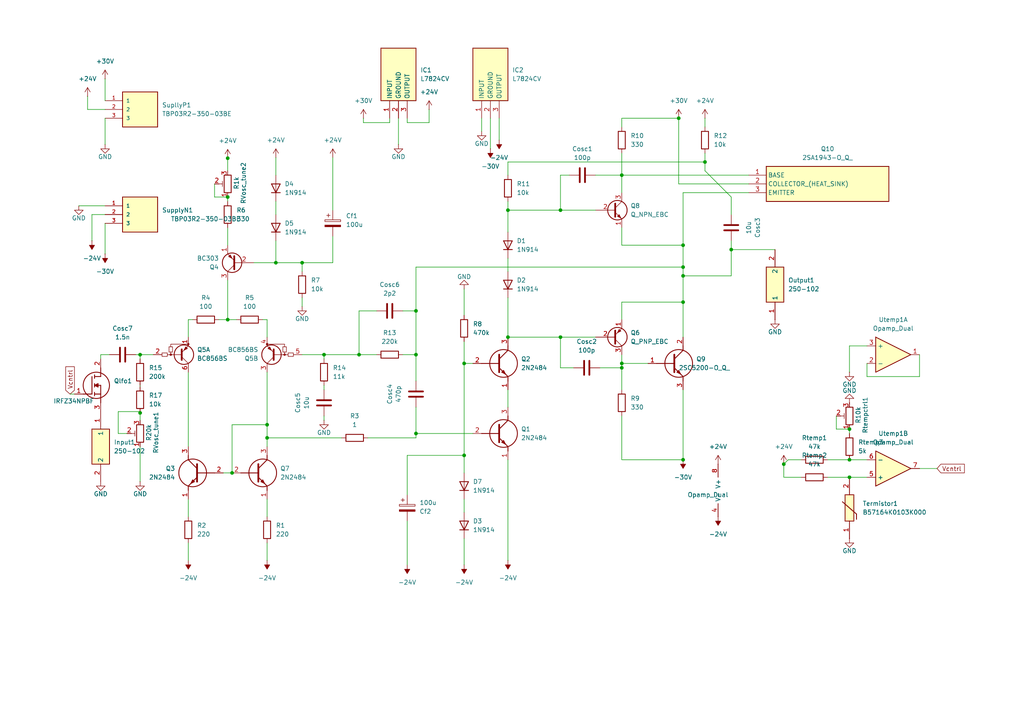
<source format=kicad_sch>
(kicad_sch (version 20231120) (generator "eeschema") (generator_version "8.0")
  (paper "A4")
  (lib_symbols
    (symbol "250-102:250-102"
      (property "Reference" "J" (at 16.51 7.62 0))
      (property "Value" "250-102" (at 16.51 5.08 0))
      (symbol "250-102_1_1"
        (pin passive line (at 0 0 0) (length 5.08) (name "1") (number "1"))
        (pin passive line (at 20.32 0 180) (length 5.08) (name "2") (number "2"))
      )
    )
    (symbol "2N2484:2N2484" (pin_names hide)
      (property "Reference" "Q" (at 13.97 1.27 0))
      (property "Value" "2N2484" (at 13.97 -1.27 0))
      (symbol "2N2484_1_1"
        (pin passive line (at 10.16 -7.62 90) (length 2.54) (name "E") (number "1"))
        (pin passive line (at 0 0 0) (length 2.54) (name "B") (number "2"))
        (pin passive line (at 10.16 7.62 270) (length 2.54) (name "C") (number "3"))
      )
    )
    (symbol "2SA1943-O_Q_:2SA1943-O_Q_"
      (property "Reference" "Q" (at 41.91 7.62 0))
      (property "Value" "2SA1943-O_Q_" (at 41.91 5.08 0))
      (symbol "2SA1943-O_Q__1_1"
        (pin passive line (at 0 0 0) (length 5.08) (name "BASE") (number "1"))
        (pin passive line (at 0 -2.54 0) (length 5.08) (name "COLLECTOR_(HEAT_SINK)") (number "2"))
        (pin passive line (at 0 -5.08 0) (length 5.08) (name "EMITTER") (number "3"))
      )
    )
    (symbol "2SC5200-O_Q_:2SC5200-O_Q_" (pin_names hide)
      (property "Reference" "Q" (at 13.97 1.27 0))
      (property "Value" "2SC5200-O_Q_" (at 13.97 -1.27 0))
      (symbol "2SC5200-O_Q__1_1"
        (pin passive line (at 0 0 0) (length 2.54) (name "B") (number "1"))
        (pin passive line (at 10.16 7.62 270) (length 2.54) (name "C") (number "2"))
        (pin passive line (at 10.16 -7.62 90) (length 2.54) (name "E") (number "3"))
      )
    )
    (symbol "B57164K0103K000:B57164K0103K000" (pin_names hide)
      (property "Reference" "RT" (at 13.97 6.35 0))
      (property "Value" "B57164K0103K000" (at 13.97 3.81 0))
      (symbol "B57164K0103K000_1_1"
        (pin passive line (at 0 0 0) (length 5.08) (name "1") (number "1"))
        (pin passive line (at 17.78 0 180) (length 5.08) (name "2") (number "2"))
      )
    )
    (symbol "Device:C" (pin_numbers hide) (pin_names (offset 0.254))
      (property "Reference" "C" (at 0.635 2.54 0))
      (property "Value" "C" (at 0.635 -2.54 0))
      (symbol "C_1_1"
        (pin passive line (at 0 3.81 270) (length 2.794) (name "~") (number "1"))
        (pin passive line (at 0 -3.81 90) (length 2.794) (name "~") (number "2"))
      )
    )
    (symbol "Device:C_Polarized" (pin_numbers hide) (pin_names (offset 0.254))
      (property "Reference" "C" (at 0.635 2.54 0))
      (property "Value" "C_Polarized" (at 0.635 -2.54 0))
      (symbol "C_Polarized_1_1"
        (pin passive line (at 0 3.81 270) (length 2.794) (name "~") (number "1"))
        (pin passive line (at 0 -3.81 90) (length 2.794) (name "~") (number "2"))
      )
    )
    (symbol "Device:Opamp_Dual"
      (property "Reference" "U" (at 0 5.08 0))
      (property "Value" "Opamp_Dual" (at 0 -5.08 0))
      (symbol "Opamp_Dual_1_1"
        (pin output line (at 7.62 0 180) (length 2.54) (name "~") (number "1"))
        (pin input line (at -7.62 -2.54 0) (length 2.54) (name "-") (number "2"))
        (pin input line (at -7.62 2.54 0) (length 2.54) (name "+") (number "3"))
      )
      (symbol "Opamp_Dual_2_1"
        (pin input line (at -7.62 2.54 0) (length 2.54) (name "+") (number "5"))
        (pin input line (at -7.62 -2.54 0) (length 2.54) (name "-") (number "6"))
        (pin output line (at 7.62 0 180) (length 2.54) (name "~") (number "7"))
      )
      (symbol "Opamp_Dual_3_1"
        (pin power_in line (at -2.54 -7.62 90) (length 3.81) (name "V-") (number "4"))
        (pin power_in line (at -2.54 7.62 270) (length 3.81) (name "V+") (number "8"))
      )
    )
    (symbol "Device:Q_Dual_PNP_PNP_BRT_E1B1C2E2B2C1" (pin_names hide)
      (property "Reference" "Q" (at 3.81 1.27 0))
      (property "Value" "Q_Dual_PNP_PNP_BRT_E1B1C2E2B2C1" (at 3.81 -1.27 0))
      (symbol "Q_Dual_PNP_PNP_BRT_E1B1C2E2B2C1_1_1"
        (pin passive line (at 1.27 -5.08 90) (length 2.54) (name "E1") (number "1"))
        (pin input line (at -8.89 0 0) (length 2.54) (name "B1") (number "2"))
        (pin passive line (at 1.27 5.08 270) (length 2.54) (name "C1") (number "6"))
      )
      (symbol "Q_Dual_PNP_PNP_BRT_E1B1C2E2B2C1_2_1"
        (pin passive line (at 1.27 5.08 270) (length 2.54) (name "C2") (number "3"))
        (pin passive line (at 1.27 -5.08 90) (length 2.54) (name "E2") (number "4"))
        (pin input line (at -8.89 0 0) (length 2.54) (name "B2") (number "5"))
      )
    )
    (symbol "Device:Q_NPN_EBC" (pin_names (offset 0) hide)
      (property "Reference" "Q" (at 5.08 1.27 0))
      (property "Value" "Q_NPN_EBC" (at 5.08 -1.27 0))
      (symbol "Q_NPN_EBC_1_1"
        (pin passive line (at 2.54 -5.08 90) (length 2.54) (name "E") (number "1"))
        (pin passive line (at -5.08 0 0) (length 5.715) (name "B") (number "2"))
        (pin passive line (at 2.54 5.08 270) (length 2.54) (name "C") (number "3"))
      )
    )
    (symbol "Device:Q_PNP_EBC" (pin_names (offset 0) hide)
      (property "Reference" "Q" (at 5.08 1.27 0))
      (property "Value" "Q_PNP_EBC" (at 5.08 -1.27 0))
      (symbol "Q_PNP_EBC_1_1"
        (pin passive line (at 2.54 -5.08 90) (length 2.54) (name "E") (number "1"))
        (pin input line (at -5.08 0 0) (length 5.715) (name "B") (number "2"))
        (pin passive line (at 2.54 5.08 270) (length 2.54) (name "C") (number "3"))
      )
    )
    (symbol "Device:R" (pin_numbers hide) (pin_names (offset 0))
      (property "Reference" "R" (at 2.032 0 90))
      (property "Value" "R" (at 0 0 90))
      (symbol "R_1_1"
        (pin passive line (at 0 3.81 270) (length 1.27) (name "~") (number "1"))
        (pin passive line (at 0 -3.81 90) (length 1.27) (name "~") (number "2"))
      )
    )
    (symbol "Device:R_Potentiometer_Trim" (pin_names (offset 1.016) hide)
      (property "Reference" "RV" (at -4.445 0 90))
      (property "Value" "R_Potentiometer_Trim" (at -2.54 0 90))
      (symbol "R_Potentiometer_Trim_1_1"
        (pin passive line (at 0 3.81 270) (length 1.27) (name "1") (number "1"))
        (pin passive line (at 3.81 0 180) (length 1.27) (name "2") (number "2"))
        (pin passive line (at 0 -3.81 90) (length 1.27) (name "3") (number "3"))
      )
    )
    (symbol "Diode:1N914" (pin_numbers hide) (pin_names hide)
      (property "Reference" "D" (at 0 2.54 0))
      (property "Value" "1N914" (at 0 -2.54 0))
      (symbol "1N914_1_1"
        (pin passive line (at -3.81 0 0) (length 2.54) (name "K") (number "1"))
        (pin passive line (at 3.81 0 180) (length 2.54) (name "A") (number "2"))
      )
    )
    (symbol "IRFZ34NPBF:IRFZ34NPBF" (pin_names hide)
      (property "Reference" "Q" (at 11.43 3.81 0))
      (property "Value" "IRFZ34NPBF" (at 11.43 1.27 0))
      (symbol "IRFZ34NPBF_1_1"
        (pin passive line (at 0 0 0) (length 2.54) (name "G") (number "1"))
        (pin passive line (at 7.62 10.16 270) (length 2.54) (name "D") (number "2"))
        (pin passive line (at 7.62 -5.08 90) (length 2.54) (name "S") (number "3"))
      )
    )
    (symbol "L7824CV:L7824CV"
      (property "Reference" "IC" (at 21.59 7.62 0))
      (property "Value" "L7824CV" (at 21.59 5.08 0))
      (symbol "L7824CV_1_1"
        (pin input line (at 0 0 0) (length 5.08) (name "INPUT") (number "1"))
        (pin power_in line (at 0 -2.54 0) (length 5.08) (name "GROUND") (number "2"))
        (pin output line (at 0 -5.08 0) (length 5.08) (name "OUTPUT") (number "3"))
      )
    )
    (symbol "TBP03R2-350-03BE:TBP03R2-350-03BE" (pin_names (offset 1.016))
      (property "Reference" "J" (at -5.08 7.62 0))
      (property "Value" "TBP03R2-350-03BE" (at -5.08 -7.62 0))
      (symbol "TBP03R2-350-03BE_0_0"
        (pin passive line (at -10.16 2.54 0) (length 5.08) (name "1") (number "1"))
        (pin passive line (at -10.16 0 0) (length 5.08) (name "2") (number "2"))
        (pin passive line (at -10.16 -2.54 0) (length 5.08) (name "3") (number "3"))
      )
    )
    (symbol "power:+24V" (power) (pin_numbers hide) (pin_names (offset 0) hide)
      (property "Value" "+24V" (at 0 3.556 0))
      (symbol "+24V_1_1"
        (pin power_in line (at 0 0 90) (length 0) (name "~") (number "1"))
      )
    )
    (symbol "power:-24V" (power) (pin_numbers hide) (pin_names (offset 0) hide)
      (property "Value" "-24V" (at 0 3.556 0))
      (symbol "-24V_0_0"
        (pin power_in line (at 0 0 90) (length 0) (name "~") (number "1"))
      )
    )
    (symbol "power:GND" (power) (pin_numbers hide) (pin_names (offset 0) hide)
      (property "Value" "GND" (at 0 -3.81 0))
      (symbol "GND_1_1"
        (pin power_in line (at 0 0 270) (length 0) (name "~") (number "1"))
      )
    )
  )
  (junction (at 198.12 87.63))
  (junction (at 40.64 119.7568))
  (junction (at 104.14 102.87))
  (junction (at 134.62 132.08))
  (junction (at 66.04 57.15))
  (junction (at 120.65 90.17))
  (junction (at 198.12 80.01))
  (junction (at 212.09 72.39))
  (junction (at 198.12 71.12))
  (junction (at 198.12 133.35))
  (junction (at 80.01 76.2))
  (junction (at 67.31 137.16))
  (junction (at 180.34 106.68))
  (junction (at 204.47 46.99))
  (junction (at 227.33 134.62))
  (junction (at 120.65 102.87))
  (junction (at 120.65 125.73))
  (junction (at 246.38 124.46))
  (junction (at 246.38 138.43))
  (junction (at 87.63 76.2))
  (junction (at 147.32 97.79))
  (junction (at 40.64 102.87))
  (junction (at 180.34 105.41))
  (junction (at 93.98 102.87))
  (junction (at 66.04 45.8874))
  (junction (at 77.47 123.19))
  (junction (at 246.38 133.35))
  (junction (at 162.56 60.96))
  (junction (at 180.34 50.8))
  (junction (at 77.47 127))
  (junction (at 134.62 105.41))
  (junction (at 66.04 92.71))
  (junction (at 162.56 97.79))
  (junction (at 147.32 60.96))
  (junction (at 198.12 77.47))
  (junction (at 196.85 34.29))
  (wire (pts (xy 162.56 50.8) (xy 165.1 50.8)))
  (wire (pts (xy 62.23 53.34) (xy 62.23 57.15)))
  (wire (pts (xy 113.03 34.29) (xy 113.03 35.56)))
  (wire (pts (xy 246.38 133.35) (xy 251.46 133.35)))
  (wire (pts (xy 96.52 68.58) (xy 96.52 76.2)))
  (wire (pts (xy 198.12 80.01) (xy 212.09 80.01)))
  (wire (pts (xy 39.37 102.87) (xy 40.64 102.87)))
  (wire (pts (xy 120.65 125.73) (xy 137.16 125.73)))
  (wire (pts (xy 54.61 107.95) (xy 54.61 129.54)))
  (wire (pts (xy 212.09 69.85) (xy 212.09 72.39)))
  (wire (pts (xy 25.4 31.75) (xy 30.48 31.75)))
  (wire (pts (xy 134.62 105.41) (xy 137.16 105.41)))
  (wire (pts (xy 105.41 35.56) (xy 113.03 35.56)))
  (wire (pts (xy 67.31 123.19) (xy 77.47 123.19)))
  (wire (pts (xy 104.14 90.17) (xy 104.14 102.87)))
  (wire (pts (xy 240.03 138.43) (xy 246.38 138.43)))
  (wire (pts (xy 93.98 102.87) (xy 93.98 104.14)))
  (wire (pts (xy 63.5 92.71) (xy 66.04 92.71)))
  (wire (pts (xy 26.67 62.23) (xy 26.67 69.85)))
  (wire (pts (xy 212.09 57.15) (xy 212.09 62.23)))
  (wire (pts (xy 66.04 45.8874) (xy 66.04 49.53)))
  (wire (pts (xy 246.38 100.33) (xy 246.38 107.95)))
  (wire (pts (xy 204.47 46.99) (xy 204.47 49.53)))
  (wire (pts (xy 204.47 44.45) (xy 204.47 46.99)))
  (wire (pts (xy 134.62 99.06) (xy 134.62 105.41)))
  (wire (pts (xy 198.12 80.01) (xy 198.12 87.63)))
  (wire (pts (xy 96.52 45.72) (xy 96.52 60.96)))
  (wire (pts (xy 40.64 119.7568) (xy 40.64 121.92)))
  (wire (pts (xy 147.32 46.99) (xy 147.32 50.8)))
  (wire (pts (xy 246.38 100.33) (xy 251.46 100.33)))
  (wire (pts (xy 54.61 92.71) (xy 55.88 92.71)))
  (wire (pts (xy 77.47 123.19) (xy 77.47 127)))
  (wire (pts (xy 242.57 124.46) (xy 246.38 124.46)))
  (wire (pts (xy 120.65 77.47) (xy 198.12 77.47)))
  (wire (pts (xy 20.32 114.3) (xy 21.59 114.3)))
  (wire (pts (xy 198.12 71.12) (xy 198.12 77.47)))
  (wire (pts (xy 40.64 111.76) (xy 40.64 112.1368)))
  (wire (pts (xy 80.01 76.2) (xy 87.63 76.2)))
  (wire (pts (xy 196.85 34.29) (xy 196.85 53.34)))
  (wire (pts (xy 67.31 123.19) (xy 67.31 137.16)))
  (wire (pts (xy 212.09 72.39) (xy 224.79 72.39)))
  (wire (pts (xy 77.47 144.78) (xy 77.47 149.86)))
  (wire (pts (xy 142.24 43.18) (xy 142.24 34.29)))
  (wire (pts (xy 147.32 113.03) (xy 147.32 118.11)))
  (wire (pts (xy 251.46 109.22) (xy 266.7 109.22)))
  (wire (pts (xy 87.63 102.87) (xy 93.98 102.87)))
  (wire (pts (xy 180.34 50.8) (xy 217.17 50.8)))
  (wire (pts (xy 118.11 34.29) (xy 118.11 35.56)))
  (wire (pts (xy 246.38 138.43) (xy 251.46 138.43)))
  (wire (pts (xy 180.34 87.63) (xy 180.34 92.71)))
  (wire (pts (xy 93.98 102.87) (xy 104.14 102.87)))
  (wire (pts (xy 30.48 34.29) (xy 30.48 41.91)))
  (wire (pts (xy 106.68 127) (xy 120.65 127)))
  (wire (pts (xy 66.04 81.28) (xy 66.04 92.71)))
  (wire (pts (xy 198.12 113.03) (xy 198.12 133.35)))
  (wire (pts (xy 198.12 87.63) (xy 198.12 97.79)))
  (wire (pts (xy 212.09 72.39) (xy 212.09 80.01)))
  (wire (pts (xy 80.01 58.42) (xy 80.01 62.23)))
  (wire (pts (xy 124.46 31.75) (xy 124.46 35.56)))
  (wire (pts (xy 180.34 44.45) (xy 180.34 50.8)))
  (wire (pts (xy 54.61 157.48) (xy 54.61 162.56)))
  (wire (pts (xy 77.47 107.95) (xy 77.47 123.19)))
  (wire (pts (xy 87.63 76.2) (xy 96.52 76.2)))
  (wire (pts (xy 162.56 50.8) (xy 162.56 60.96)))
  (wire (pts (xy 139.7 34.29) (xy 139.7 38.1)))
  (wire (pts (xy 240.03 133.35) (xy 246.38 133.35)))
  (wire (pts (xy 116.84 102.87) (xy 120.65 102.87)))
  (wire (pts (xy 62.23 57.15) (xy 66.04 57.15)))
  (wire (pts (xy 77.47 127) (xy 77.47 129.54)))
  (wire (pts (xy 34.29 119.38) (xy 40.64 119.38)))
  (wire (pts (xy 64.77 137.16) (xy 67.31 137.16)))
  (wire (pts (xy 134.62 132.08) (xy 134.62 137.16)))
  (wire (pts (xy 266.7 102.87) (xy 266.7 109.22)))
  (wire (pts (xy 147.32 133.35) (xy 147.32 162.56)))
  (wire (pts (xy 180.34 34.29) (xy 180.34 36.83)))
  (wire (pts (xy 66.04 92.71) (xy 68.58 92.71)))
  (wire (pts (xy 180.34 50.8) (xy 180.34 55.88)))
  (wire (pts (xy 198.12 77.47) (xy 198.12 80.01)))
  (wire (pts (xy 180.34 120.65) (xy 180.34 133.35)))
  (wire (pts (xy 147.32 86.36) (xy 147.32 97.79)))
  (wire (pts (xy 162.56 97.79) (xy 172.72 97.79)))
  (wire (pts (xy 66.04 45.72) (xy 66.04 45.8874)))
  (wire (pts (xy 54.61 144.78) (xy 54.61 149.86)))
  (wire (pts (xy 93.98 111.76) (xy 93.98 113.03)))
  (wire (pts (xy 77.47 92.71) (xy 77.47 97.79)))
  (wire (pts (xy 22.86 59.69) (xy 30.48 59.69)))
  (wire (pts (xy 104.14 102.87) (xy 109.22 102.87)))
  (wire (pts (xy 34.29 119.38) (xy 34.29 125.73)))
  (wire (pts (xy 147.32 46.99) (xy 204.47 46.99)))
  (wire (pts (xy 180.34 106.68) (xy 180.34 113.03)))
  (wire (pts (xy 120.65 77.47) (xy 120.65 90.17)))
  (wire (pts (xy 116.84 90.17) (xy 120.65 90.17)))
  (wire (pts (xy 115.57 34.29) (xy 115.57 41.91)))
  (wire (pts (xy 180.34 71.12) (xy 198.12 71.12)))
  (wire (pts (xy 172.72 50.8) (xy 180.34 50.8)))
  (wire (pts (xy 180.34 133.35) (xy 198.12 133.35)))
  (wire (pts (xy 180.34 87.63) (xy 198.12 87.63)))
  (wire (pts (xy 87.63 76.2) (xy 87.63 78.74)))
  (wire (pts (xy 180.34 102.87) (xy 180.34 105.41)))
  (wire (pts (xy 180.34 66.04) (xy 180.34 71.12)))
  (wire (pts (xy 246.38 124.46) (xy 246.38 125.73)))
  (wire (pts (xy 66.04 66.04) (xy 66.04 71.12)))
  (wire (pts (xy 134.62 105.41) (xy 134.62 132.08)))
  (wire (pts (xy 120.65 90.17) (xy 120.65 102.87)))
  (wire (pts (xy 29.21 102.87) (xy 29.21 104.14)))
  (wire (pts (xy 242.57 120.65) (xy 242.57 124.46)))
  (wire (pts (xy 40.64 119.38) (xy 40.64 119.7568)))
  (wire (pts (xy 173.99 106.68) (xy 180.34 106.68)))
  (wire (pts (xy 162.56 106.68) (xy 166.37 106.68)))
  (wire (pts (xy 80.01 45.72) (xy 80.01 50.8)))
  (wire (pts (xy 227.33 138.43) (xy 232.41 138.43)))
  (wire (pts (xy 227.33 134.62) (xy 227.33 138.43)))
  (wire (pts (xy 93.98 120.65) (xy 93.98 121.92)))
  (wire (pts (xy 118.11 132.08) (xy 118.11 143.51)))
  (wire (pts (xy 40.64 102.87) (xy 40.64 104.14)))
  (wire (pts (xy 147.32 74.93) (xy 147.32 78.74)))
  (wire (pts (xy 212.09 57.15) (xy 204.47 49.53)))
  (wire (pts (xy 251.46 105.41) (xy 251.46 109.22)))
  (wire (pts (xy 54.61 92.71) (xy 54.61 97.79)))
  (wire (pts (xy 198.12 55.88) (xy 198.12 71.12)))
  (wire (pts (xy 77.47 157.48) (xy 77.47 162.56)))
  (wire (pts (xy 87.63 86.36) (xy 87.63 88.9)))
  (wire (pts (xy 30.48 64.77) (xy 30.48 73.66)))
  (wire (pts (xy 120.65 127) (xy 120.65 125.73)))
  (wire (pts (xy 198.12 55.88) (xy 217.17 55.88)))
  (wire (pts (xy 76.2 92.71) (xy 77.47 92.71)))
  (wire (pts (xy 34.29 125.73) (xy 36.83 125.73)))
  (wire (pts (xy 40.64 129.54) (xy 40.64 139.7)))
  (wire (pts (xy 120.65 102.87) (xy 120.65 110.49)))
  (wire (pts (xy 25.4 27.94) (xy 25.4 31.75)))
  (wire (pts (xy 196.85 53.34) (xy 217.17 53.34)))
  (wire (pts (xy 120.65 118.11) (xy 120.65 125.73)))
  (wire (pts (xy 147.32 60.96) (xy 162.56 60.96)))
  (wire (pts (xy 228.6 133.35) (xy 232.41 133.35)))
  (wire (pts (xy 147.32 60.96) (xy 147.32 67.31)))
  (wire (pts (xy 29.21 102.87) (xy 31.75 102.87)))
  (wire (pts (xy 180.34 105.41) (xy 180.34 106.68)))
  (wire (pts (xy 162.56 60.96) (xy 172.72 60.96)))
  (wire (pts (xy 80.01 69.85) (xy 80.01 76.2)))
  (wire (pts (xy 118.11 35.56) (xy 124.46 35.56)))
  (wire (pts (xy 180.34 34.29) (xy 196.85 34.29)))
  (wire (pts (xy 73.66 76.2) (xy 80.01 76.2)))
  (wire (pts (xy 162.56 97.79) (xy 162.56 106.68)))
  (wire (pts (xy 147.32 58.42) (xy 147.32 60.96)))
  (wire (pts (xy 118.11 132.08) (xy 134.62 132.08)))
  (wire (pts (xy 228.6 133.35) (xy 227.33 134.62)))
  (wire (pts (xy 104.14 90.17) (xy 109.22 90.17)))
  (wire (pts (xy 204.47 34.29) (xy 204.47 36.83)))
  (wire (pts (xy 26.67 62.23) (xy 30.48 62.23)))
  (wire (pts (xy 147.32 97.79) (xy 162.56 97.79)))
  (wire (pts (xy 105.41 34.29) (xy 105.41 35.56)))
  (wire (pts (xy 40.64 102.87) (xy 44.45 102.87)))
  (wire (pts (xy 180.34 105.41) (xy 187.96 105.41)))
  (wire (pts (xy 134.62 156.21) (xy 134.62 163.83)))
  (wire (pts (xy 30.48 22.86) (xy 30.48 29.21)))
  (wire (pts (xy 144.78 34.29) (xy 144.78 40.64)))
  (wire (pts (xy 118.11 151.13) (xy 118.11 163.83)))
  (wire (pts (xy 266.7 135.89) (xy 271.78 135.89)))
  (wire (pts (xy 66.04 57.15) (xy 66.04 58.42)))
  (wire (pts (xy 134.62 144.78) (xy 134.62 148.59)))
  (wire (pts (xy 77.47 127) (xy 99.06 127)))
  (wire (pts (xy 134.62 83.82) (xy 134.62 91.44)))
  (global_label "Vcntrl" (shape input) (at 20.32 114.3 90) (property "Intersheetrefs" "${INTERSHEET_REFS}" (effects (hide yes))))
  (global_label "Vcntrl" (shape input) (at 271.78 135.89 0) (property "Intersheetrefs" "${INTERSHEET_REFS}" (effects (hide yes))))
  (symbol (lib_id "Diode:1N914") (at 147.32 82.55 90) (unit 1)
    (property "Reference" "D2" (at 149.86 81.2799 90) (effects (justify right)))
    (property "Value" "1N914" (at 149.86 83.8199 90) (effects (justify right)))
    (property "Footprint" "Diode_THT:D_DO-35_SOD27_P10.16mm_Horizontal" (effects (hide yes)))
    (property "Datasheet" "http://www.vishay.com/docs/85622/1n914.pdf" (effects (hide yes)))
    (property "Description" "100V 0.3A Small Signal Fast Switching Diode, DO-35" (effects (hide yes)))
    (property "Sim.Device" "D" (effects (hide yes)))
    (property "Sim.Pins" "1=K 2=A" (effects (hide yes)))
  )
  (symbol (lib_id "power:+24V") (at 227.33 134.62 0) (unit 1)
    (property "Reference" "#PWR026" (effects (hide yes)))
    (property "Value" "+24V" (at 227.33 129.54 0))
    (property "Description" "Power symbol creates a global label with name \"+24V\"" (effects (hide yes)))
  )
  (symbol (lib_id "2N2484:2N2484") (at 137.16 105.41 0) (unit 1)
    (property "Reference" "Q2" (at 151.13 104.1399 0) (effects (justify left)))
    (property "Value" "2N2484" (at 151.13 106.6799 0) (effects (justify left)))
    (property "Footprint" "2N2484" (effects (hide yes)))
    (property "Datasheet" "https://pdf1.alldatasheet.com/datasheet-pdf/download/76183/MICROSEMI/2N2484.html" (effects (hide yes)))
    (property "Description" "Bipolar Junction Transistor, 60V, 50 mA, NPN Type, TO-18" (effects (hide yes)))
    (property "Height" "5.334" (effects (hide yes)))
    (property "Mouser Part Number" "494-2N2484" (effects (hide yes)))
    (property "Mouser Price/Stock" "https://www.mouser.com/Search/Refine.aspx?Keyword=494-2N2484" (effects (hide yes)))
    (property "Manufacturer_Name" "Microsemi Corporation" (effects (hide yes)))
    (property "Manufacturer_Part_Number" "2N2484" (effects (hide yes)))
  )
  (symbol (lib_id "power:GND") (at 29.21 139.7 0) (unit 1)
    (property "Reference" "#PWR034" (effects (hide yes)))
    (property "Value" "GND" (at 29.21 143.256 0))
    (property "Description" "Power symbol creates a global label with name \"GND\" , ground" (effects (hide yes)))
  )
  (symbol (lib_id "Device:R") (at 66.04 62.23 180) (unit 1)
    (property "Reference" "R6" (at 68.58 60.9599 0) (effects (justify right)))
    (property "Value" "330" (at 68.58 63.4999 0) (effects (justify right)))
    (property "Footprint" "Resistor_SMD:R_0603_1608Metric" (effects (hide yes)))
    (property "Description" "Resistor" (effects (hide yes)))
  )
  (symbol (lib_id "250-102:250-102") (at 29.21 119.38 270) (unit 1)
    (property "Reference" "Input1" (at 33.02 128.2699 90) (effects (justify left)))
    (property "Value" "250-102" (at 33.02 130.8099 90) (effects (justify left)))
    (property "Footprint" "250102" (effects (hide yes)))
    (property "Datasheet" "https://www.wago.com/250-102" (effects (hide yes)))
    (property "Description" "PCB terminal block; push-button; 1.5 mm; Pin spacing 3.5 mm; 2-pole; Push-in CAGE CLAMP" (effects (hide yes)))
    (property "Height" "13.1" (effects (hide yes)))
    (property "Manufacturer_Name" "Wago" (effects (hide yes)))
    (property "Manufacturer_Part_Number" "250-102" (effects (hide yes)))
  )
  (symbol (lib_id "power:-24V") (at 30.48 73.66 180) (unit 1)
    (property "Reference" "#PWR06" (effects (hide yes)))
    (property "Value" "-30V" (at 30.48 78.74 0))
    (property "Description" "Power symbol creates a global label with name \"-24V\"" (effects (hide yes)))
  )
  (symbol (lib_id "power:+24V") (at 80.01 45.72 0) (unit 1)
    (property "Reference" "#PWR010" (effects (hide yes)))
    (property "Value" "+24V" (at 80.01 40.64 0))
    (property "Description" "Power symbol creates a global label with name \"+24V\"" (effects (hide yes)))
  )
  (symbol (lib_id "Device:R") (at 204.47 40.64 180) (unit 1)
    (property "Reference" "R12" (at 207.01 39.3699 0) (effects (justify right)))
    (property "Value" "10k" (at 207.01 41.9099 0) (effects (justify right)))
    (property "Footprint" "Resistor_SMD:R_0603_1608Metric" (effects (hide yes)))
    (property "Description" "Resistor" (effects (hide yes)))
  )
  (symbol (lib_id "power:+24V") (at 196.85 34.29 0) (unit 1)
    (property "Reference" "#PWR08" (effects (hide yes)))
    (property "Value" "+30V" (at 196.85 29.21 0))
    (property "Description" "Power symbol creates a global label with name \"+24V\"" (effects (hide yes)))
  )
  (symbol (lib_id "power:-24V") (at 26.67 69.85 180) (unit 1)
    (property "Reference" "#PWR05" (effects (hide yes)))
    (property "Value" "-24V" (at 26.67 74.93 0))
    (property "Description" "Power symbol creates a global label with name \"-24V\"" (effects (hide yes)))
  )
  (symbol (lib_id "Device:R_Potentiometer_Trim") (at 246.38 120.65 180) (unit 1)
    (property "Reference" "Rtempctrl1" (at 250.952 120.396 90))
    (property "Value" "R10k" (at 248.92 120.396 90))
    (property "Footprint" "Potentiometer_THT:Potentiometer_ACP_CA9-H5_Horizontal" (effects (hide yes)))
    (property "Description" "Trim-potentiometer" (effects (hide yes)))
  )
  (symbol (lib_id "power:+24V") (at 30.48 22.86 0) (unit 1)
    (property "Reference" "#PWR04" (effects (hide yes)))
    (property "Value" "+30V" (at 30.48 17.78 0))
    (property "Description" "Power symbol creates a global label with name \"+24V\"" (effects (hide yes)))
  )
  (symbol (lib_id "Device:C_Polarized") (at 96.52 64.77 0) (unit 1)
    (property "Reference" "Cf1" (at 100.33 62.6109 0) (effects (justify left)))
    (property "Value" "100u" (at 100.33 65.1509 0) (effects (justify left)))
    (property "Footprint" "Capacitor_THT:CP_Radial_Tantal_D4.5mm_P2.50mm" (effects (hide yes)))
    (property "Description" "Polarized capacitor" (effects (hide yes)))
  )
  (symbol (lib_id "power:GND") (at 134.62 83.82 180) (unit 1)
    (property "Reference" "#PWR013" (effects (hide yes)))
    (property "Value" "GND" (at 134.62 80.264 0))
    (property "Description" "Power symbol creates a global label with name \"GND\" , ground" (effects (hide yes)))
  )
  (symbol (lib_id "power:-24V") (at 54.61 162.56 180) (unit 1)
    (property "Reference" "#PWR014" (effects (hide yes)))
    (property "Value" "-24V" (at 54.61 167.64 0))
    (property "Description" "Power symbol creates a global label with name \"-24V\"" (effects (hide yes)))
  )
  (symbol (lib_id "Device:C") (at 93.98 116.84 180) (unit 1)
    (property "Reference" "Cosc5" (at 86.36 116.84 90))
    (property "Value" "10u" (at 88.9 116.84 90))
    (property "Footprint" "Capacitor_SMD:C_0805_2012Metric" (effects (hide yes)))
    (property "Description" "Unpolarized capacitor" (effects (hide yes)))
  )
  (symbol (lib_id "Device:R") (at 87.63 82.55 180) (unit 1)
    (property "Reference" "R7" (at 90.17 81.2799 0) (effects (justify right)))
    (property "Value" "10k" (at 90.17 83.8199 0) (effects (justify right)))
    (property "Footprint" "Resistor_SMD:R_0603_1608Metric" (effects (hide yes)))
    (property "Description" "Resistor" (effects (hide yes)))
  )
  (symbol (lib_id "Device:R") (at 40.64 107.95 0) (unit 1)
    (property "Reference" "R15" (at 43.18 106.6799 0) (effects (justify left)))
    (property "Value" "200k" (at 43.18 109.2199 0) (effects (justify left)))
    (property "Footprint" "Resistor_SMD:R_0603_1608Metric" (effects (hide yes)))
    (property "Description" "Resistor" (effects (hide yes)))
  )
  (symbol (lib_id "L7824CV:L7824CV") (at 139.7 34.29 90) (unit 1)
    (property "Reference" "IC2" (at 148.59 20.3199 90) (effects (justify right)))
    (property "Value" "L7824CV" (at 148.59 22.8599 90) (effects (justify right)))
    (property "Footprint" "TO255P460X1020X2008-3P" (effects (hide yes)))
    (property "Datasheet" "http://www.st.com/web/en/resource/technical/document/datasheet/CD00000444.pdf" (effects (hide yes)))
    (property "Description" "L7824CV, Voltage Regulator, 1.5A 24 V, 3-Pin TO-220" (effects (hide yes)))
    (property "Height" "4.6" (effects (hide yes)))
    (property "Manufacturer_Name" "STMicroelectronics" (effects (hide yes)))
    (property "Manufacturer_Part_Number" "L7824CV" (effects (hide yes)))
  )
  (symbol (lib_id "Device:C") (at 120.65 114.3 180) (unit 1)
    (property "Reference" "Cosc4" (at 113.03 114.3 90))
    (property "Value" "470p" (at 115.57 114.3 90))
    (property "Footprint" "Capacitor_SMD:C_0805_2012Metric" (effects (hide yes)))
    (property "Description" "Unpolarized capacitor" (effects (hide yes)))
  )
  (symbol (lib_id "Device:R") (at 113.03 102.87 270) (unit 1)
    (property "Reference" "R13" (at 113.03 96.52 90))
    (property "Value" "220k" (at 113.03 99.06 90))
    (property "Footprint" "Resistor_SMD:R_0603_1608Metric" (effects (hide yes)))
    (property "Description" "Resistor" (effects (hide yes)))
  )
  (symbol (lib_id "power:GND") (at 93.98 121.92 0) (unit 1)
    (property "Reference" "#PWR019" (effects (hide yes)))
    (property "Value" "GND" (at 93.98 125.476 0))
    (property "Description" "Power symbol creates a global label with name \"GND\" , ground" (effects (hide yes)))
  )
  (symbol (lib_id "Device:Opamp_Dual") (at 210.82 142.24 0) (unit 3)
    (property "Reference" "Utemp1" (effects (hide yes)))
    (property "Value" "Opamp_Dual" (at 199.39 143.5099 0) (effects (justify left)))
    (property "Footprint" "Package_DIP:DIP-8_W7.62mm" (effects (hide yes)))
    (property "Description" "Dual operational amplifier" (effects (hide yes)))
    (property "Sim.Library" "${KICAD7_SYMBOL_DIR}/Simulation_SPICE.sp" (effects (hide yes)))
    (property "Sim.Name" "kicad_builtin_opamp_dual" (effects (hide yes)))
    (property "Sim.Device" "SUBCKT" (effects (hide yes)))
    (property "Sim.Pins" "1=out1 2=in1- 3=in1+ 4=vee 5=in2+ 6=in2- 7=out2 8=vcc" (effects (hide yes)))
  )
  (symbol (lib_id "TBP03R2-350-03BE:TBP03R2-350-03BE") (at 40.64 62.23 0) (unit 1)
    (property "Reference" "SupplyN1" (at 46.99 60.9599 0) (effects (justify left)))
    (property "Value" "TBP03R2-350-03BE" (at 49.53 63.4999 0) (effects (justify left)))
    (property "Footprint" "CUI_TBP03R2-350-03BE" (effects (hide yes)))
    (property "PARTREV" "1.0" (effects (hide yes)))
    (property "STANDARD" "Manufacturer Recommendations" (effects (hide yes)))
    (property "MAXIMUM_PACKAGE_HEIGHT" "9.50mm" (effects (hide yes)))
    (property "MANUFACTURER" "CUI Devices" (effects (hide yes)))
  )
  (symbol (lib_id "power:+24V") (at 96.52 45.72 0) (unit 1)
    (property "Reference" "#PWR09" (effects (hide yes)))
    (property "Value" "+24V" (at 96.52 40.64 0))
    (property "Description" "Power symbol creates a global label with name \"+24V\"" (effects (hide yes)))
  )
  (symbol (lib_id "power:-24V") (at 144.78 40.64 180) (unit 1)
    (property "Reference" "#PWR033" (effects (hide yes)))
    (property "Value" "-24V" (at 144.78 45.72 0))
    (property "Description" "Power symbol creates a global label with name \"-24V\"" (effects (hide yes)))
  )
  (symbol (lib_id "power:-24V") (at 147.32 162.56 180) (unit 1)
    (property "Reference" "#PWR018" (effects (hide yes)))
    (property "Value" "-24V" (at 147.32 167.64 0))
    (property "Description" "Power symbol creates a global label with name \"-24V\"" (effects (hide yes)))
  )
  (symbol (lib_id "Device:R_Potentiometer_Trim") (at 40.64 125.73 180) (unit 1)
    (property "Reference" "RVosc_tune1" (at 45.212 125.476 90))
    (property "Value" "R20k" (at 43.18 125.476 90))
    (property "Footprint" "Potentiometer_THT:Potentiometer_ACP_CA9-H5_Horizontal" (effects (hide yes)))
    (property "Description" "Trim-potentiometer" (effects (hide yes)))
  )
  (symbol (lib_id "L7824CV:L7824CV") (at 113.03 34.29 90) (unit 1)
    (property "Reference" "IC1" (at 121.92 20.3199 90) (effects (justify right)))
    (property "Value" "L7824CV" (at 121.92 22.8599 90) (effects (justify right)))
    (property "Footprint" "TO255P460X1020X2008-3P" (effects (hide yes)))
    (property "Datasheet" "http://www.st.com/web/en/resource/technical/document/datasheet/CD00000444.pdf" (effects (hide yes)))
    (property "Description" "L7824CV, Voltage Regulator, 1.5A 24 V, 3-Pin TO-220" (effects (hide yes)))
    (property "Height" "4.6" (effects (hide yes)))
    (property "Manufacturer_Name" "STMicroelectronics" (effects (hide yes)))
    (property "Manufacturer_Part_Number" "L7824CV" (effects (hide yes)))
  )
  (symbol (lib_id "power:-24V") (at 208.28 149.86 180) (unit 1)
    (property "Reference" "#PWR021" (effects (hide yes)))
    (property "Value" "-24V" (at 208.28 154.94 0))
    (property "Description" "Power symbol creates a global label with name \"-24V\"" (effects (hide yes)))
  )
  (symbol (lib_id "Device:R") (at 180.34 116.84 180) (unit 1)
    (property "Reference" "R9" (at 182.88 115.5699 0) (effects (justify right)))
    (property "Value" "330" (at 182.88 118.1099 0) (effects (justify right)))
    (property "Footprint" "Resistor_SMD:R_0603_1608Metric" (effects (hide yes)))
    (property "Description" "Resistor" (effects (hide yes)))
  )
  (symbol (lib_id "2SA1943-O_Q_:2SA1943-O_Q_") (at 217.17 50.8 0) (unit 1)
    (property "Reference" "Q10" (at 240.03 43.18 0))
    (property "Value" "2SA1943-O_Q_" (at 240.03 45.72 0))
    (property "Footprint" "TO545P520X2050X2650-3P" (effects (hide yes)))
    (property "Datasheet" "http://media.digikey.com/pdf/Data%20Sheets/Toshiba%20PDFs/2SA1943.pdf" (effects (hide yes)))
    (property "Description" "Transistor PNP 230V 15A 150W 30MHz TO-3P Toshiba 2SA1943-O(Q) PNP Bipolar Transistor, 15 A, 230 V, 3-Pin TO-3PL" (effects (hide yes)))
    (property "Height" "5.2" (effects (hide yes)))
    (property "Mouser Part Number" "757-2SA1943-O(Q)" (effects (hide yes)))
    (property "Mouser Price/Stock" "https://www.mouser.co.uk/ProductDetail/Toshiba/2SA1943-OQ?qs=EEns8I54Y6Dc4KdnKPmS%2FQ%3D%3D" (effects (hide yes)))
    (property "Manufacturer_Name" "Toshiba" (effects (hide yes)))
    (property "Manufacturer_Part_Number" "2SA1943-O(Q)" (effects (hide yes)))
  )
  (symbol (lib_id "Device:R") (at 77.47 153.67 180) (unit 1)
    (property "Reference" "R1" (at 80.01 152.3999 0) (effects (justify right)))
    (property "Value" "220" (at 80.01 154.9399 0) (effects (justify right)))
    (property "Footprint" "Resistor_SMD:R_0603_1608Metric" (effects (hide yes)))
    (property "Description" "Resistor" (effects (hide yes)))
  )
  (symbol (lib_id "power:GND") (at 87.63 88.9 0) (unit 1)
    (property "Reference" "#PWR024" (effects (hide yes)))
    (property "Value" "GND" (at 87.63 92.456 0))
    (property "Description" "Power symbol creates a global label with name \"GND\" , ground" (effects (hide yes)))
  )
  (symbol (lib_id "power:GND") (at 30.48 41.91 0) (unit 1)
    (property "Reference" "#PWR01" (effects (hide yes)))
    (property "Value" "GND" (at 30.48 45.466 0))
    (property "Description" "Power symbol creates a global label with name \"GND\" , ground" (effects (hide yes)))
  )
  (symbol (lib_id "Device:R") (at 102.87 127 270) (unit 1)
    (property "Reference" "R3" (at 102.87 120.65 90))
    (property "Value" "1" (at 102.87 123.19 90))
    (property "Footprint" "Resistor_SMD:R_0603_1608Metric" (effects (hide yes)))
    (property "Description" "Resistor" (effects (hide yes)))
  )
  (symbol (lib_id "Diode:1N914") (at 80.01 66.04 90) (unit 1)
    (property "Reference" "D5" (at 82.55 64.7699 90) (effects (justify right)))
    (property "Value" "1N914" (at 82.55 67.3099 90) (effects (justify right)))
    (property "Footprint" "Diode_THT:D_DO-35_SOD27_P10.16mm_Horizontal" (effects (hide yes)))
    (property "Datasheet" "http://www.vishay.com/docs/85622/1n914.pdf" (effects (hide yes)))
    (property "Description" "100V 0.3A Small Signal Fast Switching Diode, DO-35" (effects (hide yes)))
    (property "Sim.Device" "D" (effects (hide yes)))
    (property "Sim.Pins" "1=K 2=A" (effects (hide yes)))
  )
  (symbol (lib_id "power:-24V") (at 134.62 163.83 180) (unit 1)
    (property "Reference" "#PWR017" (effects (hide yes)))
    (property "Value" "-24V" (at 134.62 168.91 0))
    (property "Description" "Power symbol creates a global label with name \"-24V\"" (effects (hide yes)))
  )
  (symbol (lib_id "2SC5200-O_Q_:2SC5200-O_Q_") (at 187.96 105.41 0) (unit 1)
    (property "Reference" "Q9" (at 201.93 104.1399 0) (effects (justify left)))
    (property "Value" "2SC5200-O_Q_" (at 196.85 106.6799 0) (effects (justify left)))
    (property "Footprint" "TO545P520X2000X2900-3P" (effects (hide yes)))
    (property "Datasheet" "http://toshiba.semicon-storage.com/info/docget.jsp?did=20668&prodName=2SC5200" (effects (hide yes)))
    (property "Description" "Bipolar Transistors - BJT NPN 230V 15A" (effects (hide yes)))
    (property "Height" "5.2" (effects (hide yes)))
    (property "Mouser Part Number" "757-2SC5200-O(Q)" (effects (hide yes)))
    (property "Mouser Price/Stock" "https://www.mouser.co.uk/ProductDetail/Toshiba/2SC5200-OQ?qs=EEns8I54Y6BCHV7Kwts0vw%3D%3D" (effects (hide yes)))
    (property "Manufacturer_Name" "Toshiba" (effects (hide yes)))
    (property "Manufacturer_Part_Number" "2SC5200-O(Q)" (effects (hide yes)))
  )
  (symbol (lib_id "Device:C") (at 212.09 66.04 0) (unit 1)
    (property "Reference" "Cosc3" (at 219.71 66.04 90))
    (property "Value" "10u" (at 217.17 66.04 90))
    (property "Footprint" "Capacitor_SMD:C_0805_2012Metric" (effects (hide yes)))
    (property "Description" "Unpolarized capacitor" (effects (hide yes)))
  )
  (symbol (lib_id "Diode:1N914") (at 134.62 140.97 90) (unit 1)
    (property "Reference" "D7" (at 137.16 139.6999 90) (effects (justify right)))
    (property "Value" "1N914" (at 137.16 142.2399 90) (effects (justify right)))
    (property "Footprint" "Diode_THT:D_DO-35_SOD27_P10.16mm_Horizontal" (effects (hide yes)))
    (property "Datasheet" "http://www.vishay.com/docs/85622/1n914.pdf" (effects (hide yes)))
    (property "Description" "100V 0.3A Small Signal Fast Switching Diode, DO-35" (effects (hide yes)))
    (property "Sim.Device" "D" (effects (hide yes)))
    (property "Sim.Pins" "1=K 2=A" (effects (hide yes)))
  )
  (symbol (lib_id "power:GND") (at 246.38 156.21 0) (unit 1)
    (property "Reference" "#PWR025" (effects (hide yes)))
    (property "Value" "GND" (at 246.38 159.766 0))
    (property "Description" "Power symbol creates a global label with name \"GND\" , ground" (effects (hide yes)))
  )
  (symbol (lib_id "power:+24V") (at 124.46 31.75 0) (unit 1)
    (property "Reference" "#PWR030" (effects (hide yes)))
    (property "Value" "+24V" (at 124.46 26.67 0))
    (property "Description" "Power symbol creates a global label with name \"+24V\"" (effects (hide yes)))
  )
  (symbol (lib_id "Device:R") (at 93.98 107.95 0) (unit 1)
    (property "Reference" "R14" (at 96.52 106.6799 0) (effects (justify left)))
    (property "Value" "11k" (at 96.52 109.2199 0) (effects (justify left)))
    (property "Footprint" "Resistor_SMD:R_0603_1608Metric" (effects (hide yes)))
    (property "Description" "Resistor" (effects (hide yes)))
  )
  (symbol (lib_id "power:GND") (at 22.86 59.69 0) (unit 1)
    (property "Reference" "#PWR02" (effects (hide yes)))
    (property "Value" "GND" (at 22.86 63.246 0))
    (property "Description" "Power symbol creates a global label with name \"GND\" , ground" (effects (hide yes)))
  )
  (symbol (lib_id "Device:Q_PNP_EBC") (at 68.58 76.2 180) (unit 1)
    (property "Reference" "Q4" (at 63.5 77.4701 0) (effects (justify left)))
    (property "Value" "BC303" (at 63.5 74.9301 0) (effects (justify left)))
    (property "Footprint" "Package_TO_SOT_THT:TO-39-3" (effects (hide yes)))
    (property "Description" "PNP transistor, emitter/base/collector" (effects (hide yes)))
  )
  (symbol (lib_id "250-102:250-102") (at 224.79 92.71 90) (unit 1)
    (property "Reference" "Output1" (at 228.6 81.2799 90) (effects (justify right)))
    (property "Value" "250-102" (at 228.6 83.8199 90) (effects (justify right)))
    (property "Footprint" "250102" (effects (hide yes)))
    (property "Datasheet" "https://www.wago.com/250-102" (effects (hide yes)))
    (property "Description" "PCB terminal block; push-button; 1.5 mm; Pin spacing 3.5 mm; 2-pole; Push-in CAGE CLAMP" (effects (hide yes)))
    (property "Height" "13.1" (effects (hide yes)))
    (property "Manufacturer_Name" "Wago" (effects (hide yes)))
    (property "Manufacturer_Part_Number" "250-102" (effects (hide yes)))
  )
  (symbol (lib_id "Device:C") (at 35.56 102.87 90) (unit 1)
    (property "Reference" "Cosc7" (at 35.56 95.25 90))
    (property "Value" "1.5n" (at 35.56 97.79 90))
    (property "Footprint" "Capacitor_SMD:C_0805_2012Metric" (effects (hide yes)))
    (property "Description" "Unpolarized capacitor" (effects (hide yes)))
  )
  (symbol (lib_id "power:GND") (at 246.38 116.84 180) (unit 1)
    (property "Reference" "#PWR027" (effects (hide yes)))
    (property "Value" "GND" (at 246.38 113.284 0))
    (property "Description" "Power symbol creates a global label with name \"GND\" , ground" (effects (hide yes)))
  )
  (symbol (lib_id "power:+24V") (at 208.28 134.62 0) (unit 1)
    (property "Reference" "#PWR022" (effects (hide yes)))
    (property "Value" "+24V" (at 208.28 129.54 0))
    (property "Description" "Power symbol creates a global label with name \"+24V\"" (effects (hide yes)))
  )
  (symbol (lib_id "power:GND") (at 224.79 92.71 0) (unit 1)
    (property "Reference" "#PWR035" (effects (hide yes)))
    (property "Value" "GND" (at 224.79 96.266 0))
    (property "Description" "Power symbol creates a global label with name \"GND\" , ground" (effects (hide yes)))
  )
  (symbol (lib_id "2N2484:2N2484") (at 67.31 137.16 0) (unit 1)
    (property "Reference" "Q7" (at 81.28 135.8899 0) (effects (justify left)))
    (property "Value" "2N2484" (at 81.28 138.4299 0) (effects (justify left)))
    (property "Footprint" "2N2484" (effects (hide yes)))
    (property "Datasheet" "https://pdf1.alldatasheet.com/datasheet-pdf/download/76183/MICROSEMI/2N2484.html" (effects (hide yes)))
    (property "Description" "Bipolar Junction Transistor, 60V, 50 mA, NPN Type, TO-18" (effects (hide yes)))
    (property "Height" "5.334" (effects (hide yes)))
    (property "Mouser Part Number" "494-2N2484" (effects (hide yes)))
    (property "Mouser Price/Stock" "https://www.mouser.com/Search/Refine.aspx?Keyword=494-2N2484" (effects (hide yes)))
    (property "Manufacturer_Name" "Microsemi Corporation" (effects (hide yes)))
    (property "Manufacturer_Part_Number" "2N2484" (effects (hide yes)))
  )
  (symbol (lib_id "B57164K0103K000:B57164K0103K000") (at 246.38 156.21 90) (unit 1)
    (property "Reference" "Termistor1" (at 250.19 146.0499 90) (effects (justify right)))
    (property "Value" "B57164K0103K000" (at 250.19 148.5899 90) (effects (justify right)))
    (property "Footprint" "B57164K_K164" (effects (hide yes)))
    (property "Datasheet" "https://product.tdk.com/system/files/dam/doc/product/sensor/ntc/ntc_element/data_sheet/50/db/ntc/ntc_leaded_disks_k164.pdf" (effects (hide yes)))
    (property "Description" "NTC thermistors for temperature measurement, lead spacing 5mm, tinned copper" (effects (hide yes)))
    (property "Height" "13" (effects (hide yes)))
    (property "Manufacturer_Name" "TDK" (effects (hide yes)))
    (property "Manufacturer_Part_Number" "B57164K0103K000" (effects (hide yes)))
  )
  (symbol (lib_id "power:-24V") (at 118.11 163.83 180) (unit 1)
    (property "Reference" "#PWR016" (effects (hide yes)))
    (property "Value" "-24V" (at 118.11 168.91 0))
    (property "Description" "Power symbol creates a global label with name \"-24V\"" (effects (hide yes)))
  )
  (symbol (lib_id "power:GND") (at 40.64 139.7 0) (unit 1)
    (property "Reference" "#PWR020" (effects (hide yes)))
    (property "Value" "GND" (at 40.64 143.256 0))
    (property "Description" "Power symbol creates a global label with name \"GND\" , ground" (effects (hide yes)))
  )
  (symbol (lib_id "power:+24V") (at 66.04 45.8874 0) (unit 1)
    (property "Reference" "#PWR011" (effects (hide yes)))
    (property "Value" "+24V" (at 66.04 40.8074 0))
    (property "Description" "Power symbol creates a global label with name \"+24V\"" (effects (hide yes)))
  )
  (symbol (lib_id "2N2484:2N2484") (at 137.16 125.73 0) (unit 1)
    (property "Reference" "Q1" (at 151.13 124.4599 0) (effects (justify left)))
    (property "Value" "2N2484" (at 151.13 126.9999 0) (effects (justify left)))
    (property "Footprint" "2N2484" (effects (hide yes)))
    (property "Datasheet" "https://pdf1.alldatasheet.com/datasheet-pdf/download/76183/MICROSEMI/2N2484.html" (effects (hide yes)))
    (property "Description" "Bipolar Junction Transistor, 60V, 50 mA, NPN Type, TO-18" (effects (hide yes)))
    (property "Height" "5.334" (effects (hide yes)))
    (property "Mouser Part Number" "494-2N2484" (effects (hide yes)))
    (property "Mouser Price/Stock" "https://www.mouser.com/Search/Refine.aspx?Keyword=494-2N2484" (effects (hide yes)))
    (property "Manufacturer_Name" "Microsemi Corporation" (effects (hide yes)))
    (property "Manufacturer_Part_Number" "2N2484" (effects (hide yes)))
  )
  (symbol (lib_id "2N2484:2N2484") (at 64.77 137.16 0) (mirror y) (unit 1)
    (property "Reference" "Q3" (at 50.8 135.8899 0) (effects (justify left)))
    (property "Value" "2N2484" (at 50.8 138.4299 0) (effects (justify left)))
    (property "Footprint" "2N2484" (effects (hide yes)))
    (property "Datasheet" "https://pdf1.alldatasheet.com/datasheet-pdf/download/76183/MICROSEMI/2N2484.html" (effects (hide yes)))
    (property "Description" "Bipolar Junction Transistor, 60V, 50 mA, NPN Type, TO-18" (effects (hide yes)))
    (property "Height" "5.334" (effects (hide yes)))
    (property "Mouser Part Number" "494-2N2484" (effects (hide yes)))
    (property "Mouser Price/Stock" "https://www.mouser.com/Search/Refine.aspx?Keyword=494-2N2484" (effects (hide yes)))
    (property "Manufacturer_Name" "Microsemi Corporation" (effects (hide yes)))
    (property "Manufacturer_Part_Number" "2N2484" (effects (hide yes)))
  )
  (symbol (lib_id "Device:Q_Dual_PNP_PNP_BRT_E1B1C2E2B2C1") (at 53.34 102.87 0) (mirror x) (unit 1)
    (property "Reference" "Q5" (at 57.15 101.4221 0) (effects (justify left)))
    (property "Value" "BC856BS" (at 57.15 103.9621 0) (effects (justify left)))
    (property "Footprint" "Package_TO_SOT_SMD:SOT-363_SC-70-6" (effects (hide yes)))
    (property "Description" "Dual PNP bias resistor transistor, 6 pin package" (effects (hide yes)))
  )
  (symbol (lib_id "Device:Q_NPN_EBC") (at 177.8 60.96 0) (unit 1)
    (property "Reference" "Q8" (at 182.88 59.6899 0) (effects (justify left)))
    (property "Value" "Q_NPN_EBC" (at 182.88 62.2299 0) (effects (justify left)))
    (property "Footprint" "Package_TO_SOT_THT:TO-92_Inline" (effects (hide yes)))
    (property "Description" "NPN transistor, emitter/base/collector" (effects (hide yes)))
  )
  (symbol (lib_id "Diode:1N914") (at 147.32 71.12 90) (unit 1)
    (property "Reference" "D1" (at 149.86 69.8499 90) (effects (justify right)))
    (property "Value" "1N914" (at 149.86 72.3899 90) (effects (justify right)))
    (property "Footprint" "Diode_THT:D_DO-35_SOD27_P10.16mm_Horizontal" (effects (hide yes)))
    (property "Datasheet" "http://www.vishay.com/docs/85622/1n914.pdf" (effects (hide yes)))
    (property "Description" "100V 0.3A Small Signal Fast Switching Diode, DO-35" (effects (hide yes)))
    (property "Sim.Device" "D" (effects (hide yes)))
    (property "Sim.Pins" "1=K 2=A" (effects (hide yes)))
  )
  (symbol (lib_id "Device:R") (at 180.34 40.64 180) (unit 1)
    (property "Reference" "R10" (at 182.88 39.3699 0) (effects (justify right)))
    (property "Value" "330" (at 182.88 41.9099 0) (effects (justify right)))
    (property "Footprint" "Resistor_SMD:R_0603_1608Metric" (effects (hide yes)))
    (property "Description" "Resistor" (effects (hide yes)))
  )
  (symbol (lib_id "Device:R_Potentiometer_Trim") (at 66.04 53.34 180) (unit 1)
    (property "Reference" "RVosc_tune2" (at 70.612 53.086 90))
    (property "Value" "R1k" (at 68.58 53.086 90))
    (property "Footprint" "Potentiometer_THT:Potentiometer_ACP_CA9-H5_Horizontal" (effects (hide yes)))
    (property "Description" "Trim-potentiometer" (effects (hide yes)))
  )
  (symbol (lib_id "Device:R") (at 134.62 95.25 180) (unit 1)
    (property "Reference" "R8" (at 137.16 93.9799 0) (effects (justify right)))
    (property "Value" "470k" (at 137.16 96.5199 0) (effects (justify right)))
    (property "Footprint" "Resistor_SMD:R_0603_1608Metric" (effects (hide yes)))
    (property "Description" "Resistor" (effects (hide yes)))
  )
  (symbol (lib_id "Device:C") (at 168.91 50.8 90) (unit 1)
    (property "Reference" "Cosc1" (at 168.91 43.18 90))
    (property "Value" "100p" (at 168.91 45.72 90))
    (property "Footprint" "Capacitor_SMD:C_0805_2012Metric" (effects (hide yes)))
    (property "Description" "Unpolarized capacitor" (effects (hide yes)))
  )
  (symbol (lib_id "power:-24V") (at 77.47 162.56 180) (unit 1)
    (property "Reference" "#PWR015" (effects (hide yes)))
    (property "Value" "-24V" (at 77.47 167.64 0))
    (property "Description" "Power symbol creates a global label with name \"-24V\"" (effects (hide yes)))
  )
  (symbol (lib_id "Device:C") (at 113.03 90.17 90) (unit 1)
    (property "Reference" "Cosc6" (at 113.03 82.55 90))
    (property "Value" "2p2" (at 113.03 85.09 90))
    (property "Footprint" "Capacitor_SMD:C_0805_2012Metric" (effects (hide yes)))
    (property "Description" "Unpolarized capacitor" (effects (hide yes)))
  )
  (symbol (lib_id "power:+24V") (at 25.4 27.94 0) (unit 1)
    (property "Reference" "#PWR03" (effects (hide yes)))
    (property "Value" "+24V" (at 25.4 22.86 0))
    (property "Description" "Power symbol creates a global label with name \"+24V\"" (effects (hide yes)))
  )
  (symbol (lib_id "IRFZ34NPBF:IRFZ34NPBF") (at 21.59 114.3 0) (unit 1)
    (property "Reference" "Qlfo1" (at 33.02 110.4899 0) (effects (justify left)))
    (property "Value" "IRFZ34NPBF" (at 15.494 116.332 0) (effects (justify left)))
    (property "Footprint" "TO254P469X1042X1967-3P" (effects (hide yes)))
    (property "Datasheet" "https://datasheet.datasheetarchive.com/originals/distributors/Datasheets_SAMA/6217abc42b771e712c1bb559b7791c65.pdf" (effects (hide yes)))
    (property "Description" "N-channel MOSFET,IRFZ34N 26A 55V" (effects (hide yes)))
    (property "Height" "4.69" (effects (hide yes)))
    (property "Mouser Part Number" "942-IRFZ34NPBF" (effects (hide yes)))
    (property "Mouser Price/Stock" "https://www.mouser.co.uk/ProductDetail/Infineon-Technologies/IRFZ34NPBF?qs=9%252BKlkBgLFf3Kc9ZWbyua6Q%3D%3D" (effects (hide yes)))
    (property "Manufacturer_Name" "Infineon" (effects (hide yes)))
    (property "Manufacturer_Part_Number" "IRFZ34NPBF" (effects (hide yes)))
  )
  (symbol (lib_id "Device:R") (at 40.64 115.9468 0) (unit 1)
    (property "Reference" "R17" (at 43.18 114.6767 0) (effects (justify left)))
    (property "Value" "10k" (at 43.18 117.2167 0) (effects (justify left)))
    (property "Footprint" "Resistor_SMD:R_0603_1608Metric" (effects (hide yes)))
    (property "Description" "Resistor" (effects (hide yes)))
  )
  (symbol (lib_id "power:GND") (at 115.57 41.91 0) (unit 1)
    (property "Reference" "#PWR028" (effects (hide yes)))
    (property "Value" "GND" (at 115.57 45.466 0))
    (property "Description" "Power symbol creates a global label with name \"GND\" , ground" (effects (hide yes)))
  )
  (symbol (lib_id "Device:Q_Dual_PNP_PNP_BRT_E1B1C2E2B2C1") (at 78.74 102.87 180) (unit 2)
    (property "Reference" "Q5" (at 74.93 103.9623 0) (effects (justify left)))
    (property "Value" "BC856BS" (at 74.93 101.4223 0) (effects (justify left)))
    (property "Footprint" "Package_TO_SOT_SMD:SOT-363_SC-70-6" (effects (hide yes)))
    (property "Description" "Dual PNP bias resistor transistor, 6 pin package" (effects (hide yes)))
  )
  (symbol (lib_id "Device:R") (at 54.61 153.67 180) (unit 1)
    (property "Reference" "R2" (at 57.15 152.3999 0) (effects (justify right)))
    (property "Value" "220" (at 57.15 154.9399 0) (effects (justify right)))
    (property "Footprint" "Resistor_SMD:R_0603_1608Metric" (effects (hide yes)))
    (property "Description" "Resistor" (effects (hide yes)))
  )
  (symbol (lib_id "Device:Q_PNP_EBC") (at 177.8 97.79 0) (mirror x) (unit 1)
    (property "Reference" "Q6" (at 182.88 96.5199 0) (effects (justify left)))
    (property "Value" "Q_PNP_EBC" (at 182.88 99.0599 0) (effects (justify left)))
    (property "Footprint" "Package_TO_SOT_THT:TO-92_Inline" (effects (hide yes)))
    (property "Description" "PNP transistor, emitter/base/collector" (effects (hide yes)))
  )
  (symbol (lib_id "power:-24V") (at 198.12 133.35 180) (unit 1)
    (property "Reference" "#PWR07" (effects (hide yes)))
    (property "Value" "-30V" (at 198.12 138.43 0))
    (property "Description" "Power symbol creates a global label with name \"-24V\"" (effects (hide yes)))
  )
  (symbol (lib_id "Device:R") (at 59.69 92.71 270) (unit 1)
    (property "Reference" "R4" (at 59.69 86.36 90))
    (property "Value" "100" (at 59.69 88.9 90))
    (property "Footprint" "Resistor_SMD:R_0603_1608Metric" (effects (hide yes)))
    (property "Description" "Resistor" (effects (hide yes)))
  )
  (symbol (lib_id "Device:Opamp_Dual") (at 259.08 102.87 0) (unit 1)
    (property "Reference" "Utemp1" (at 259.08 92.71 0))
    (property "Value" "Opamp_Dual" (at 259.08 95.25 0))
    (property "Footprint" "Package_DIP:DIP-8_W7.62mm" (effects (hide yes)))
    (property "Description" "Dual operational amplifier" (effects (hide yes)))
    (property "Sim.Library" "${KICAD7_SYMBOL_DIR}/Simulation_SPICE.sp" (effects (hide yes)))
    (property "Sim.Name" "kicad_builtin_opamp_dual" (effects (hide yes)))
    (property "Sim.Device" "SUBCKT" (effects (hide yes)))
    (property "Sim.Pins" "1=out1 2=in1- 3=in1+ 4=vee 5=in2+ 6=in2- 7=out2 8=vcc" (effects (hide yes)))
  )
  (symbol (lib_id "power:-24V") (at 142.24 43.18 180) (unit 1)
    (property "Reference" "#PWR031" (effects (hide yes)))
    (property "Value" "-30V" (at 142.24 48.26 0))
    (property "Description" "Power symbol creates a global label with name \"-24V\"" (effects (hide yes)))
  )
  (symbol (lib_id "Device:R") (at 236.22 138.43 270) (unit 1)
    (property "Reference" "Rtemp2" (at 236.22 132.08 90))
    (property "Value" "47k" (at 236.22 134.62 90))
    (property "Footprint" "Resistor_SMD:R_0603_1608Metric" (effects (hide yes)))
    (property "Description" "Resistor" (effects (hide yes)))
  )
  (symbol (lib_id "Device:R") (at 72.39 92.71 270) (unit 1)
    (property "Reference" "R5" (at 72.39 86.36 90))
    (property "Value" "100" (at 72.39 88.9 90))
    (property "Footprint" "Resistor_SMD:R_0603_1608Metric" (effects (hide yes)))
    (property "Description" "Resistor" (effects (hide yes)))
  )
  (symbol (lib_id "TBP03R2-350-03BE:TBP03R2-350-03BE") (at 40.64 31.75 0) (unit 1)
    (property "Reference" "SupllyP1" (at 46.99 30.4799 0) (effects (justify left)))
    (property "Value" "TBP03R2-350-03BE" (at 46.99 33.0199 0) (effects (justify left)))
    (property "Footprint" "CUI_TBP03R2-350-03BE" (effects (hide yes)))
    (property "PARTREV" "1.0" (effects (hide yes)))
    (property "STANDARD" "Manufacturer Recommendations" (effects (hide yes)))
    (property "MAXIMUM_PACKAGE_HEIGHT" "9.50mm" (effects (hide yes)))
    (property "MANUFACTURER" "CUI Devices" (effects (hide yes)))
  )
  (symbol (lib_id "Diode:1N914") (at 134.62 152.4 90) (unit 1)
    (property "Reference" "D3" (at 137.16 151.1299 90) (effects (justify right)))
    (property "Value" "1N914" (at 137.16 153.6699 90) (effects (justify right)))
    (property "Footprint" "Diode_THT:D_DO-35_SOD27_P10.16mm_Horizontal" (effects (hide yes)))
    (property "Datasheet" "http://www.vishay.com/docs/85622/1n914.pdf" (effects (hide yes)))
    (property "Description" "100V 0.3A Small Signal Fast Switching Diode, DO-35" (effects (hide yes)))
    (property "Sim.Device" "D" (effects (hide yes)))
    (property "Sim.Pins" "1=K 2=A" (effects (hide yes)))
  )
  (symbol (lib_id "Device:R") (at 147.32 54.61 180) (unit 1)
    (property "Reference" "R11" (at 149.86 53.3399 0) (effects (justify right)))
    (property "Value" "10k" (at 149.86 55.8799 0) (effects (justify right)))
    (property "Footprint" "Resistor_SMD:R_0603_1608Metric" (effects (hide yes)))
    (property "Description" "Resistor" (effects (hide yes)))
  )
  (symbol (lib_id "Device:C") (at 170.18 106.68 90) (unit 1)
    (property "Reference" "Cosc2" (at 170.18 99.06 90))
    (property "Value" "100p" (at 170.18 101.6 90))
    (property "Footprint" "Capacitor_SMD:C_0805_2012Metric" (effects (hide yes)))
    (property "Description" "Unpolarized capacitor" (effects (hide yes)))
  )
  (symbol (lib_id "power:GND") (at 246.38 107.95 0) (unit 1)
    (property "Reference" "#PWR023" (effects (hide yes)))
    (property "Value" "GND" (at 246.38 111.506 0))
    (property "Description" "Power symbol creates a global label with name \"GND\" , ground" (effects (hide yes)))
  )
  (symbol (lib_id "Device:C_Polarized") (at 118.11 147.32 0) (unit 1)
    (property "Reference" "Cf2" (at 121.666 148.336 0) (effects (justify left)))
    (property "Value" "100u" (at 121.666 145.796 0) (effects (justify left)))
    (property "Footprint" "Capacitor_THT:CP_Radial_Tantal_D4.5mm_P2.50mm" (effects (hide yes)))
    (property "Description" "Polarized capacitor" (effects (hide yes)))
  )
  (symbol (lib_id "power:+24V") (at 105.41 34.29 0) (unit 1)
    (property "Reference" "#PWR029" (effects (hide yes)))
    (property "Value" "+30V" (at 105.41 29.21 0))
    (property "Description" "Power symbol creates a global label with name \"+24V\"" (effects (hide yes)))
  )
  (symbol (lib_id "Device:R") (at 236.22 133.35 270) (unit 1)
    (property "Reference" "Rtemp1" (at 236.22 127 90))
    (property "Value" "47k" (at 236.22 129.54 90))
    (property "Footprint" "Resistor_SMD:R_0603_1608Metric" (effects (hide yes)))
    (property "Description" "Resistor" (effects (hide yes)))
  )
  (symbol (lib_id "Diode:1N914") (at 80.01 54.61 90) (unit 1)
    (property "Reference" "D4" (at 82.55 53.3399 90) (effects (justify right)))
    (property "Value" "1N914" (at 82.55 55.8799 90) (effects (justify right)))
    (property "Footprint" "Diode_THT:D_DO-35_SOD27_P10.16mm_Horizontal" (effects (hide yes)))
    (property "Datasheet" "http://www.vishay.com/docs/85622/1n914.pdf" (effects (hide yes)))
    (property "Description" "100V 0.3A Small Signal Fast Switching Diode, DO-35" (effects (hide yes)))
    (property "Sim.Device" "D" (effects (hide yes)))
    (property "Sim.Pins" "1=K 2=A" (effects (hide yes)))
  )
  (symbol (lib_id "power:GND") (at 139.7 38.1 0) (unit 1)
    (property "Reference" "#PWR032" (effects (hide yes)))
    (property "Value" "GND" (at 139.7 41.656 0))
    (property "Description" "Power symbol creates a global label with name \"GND\" , ground" (effects (hide yes)))
  )
  (symbol (lib_id "Device:Opamp_Dual") (at 259.08 135.89 0) (mirror x) (unit 2)
    (property "Reference" "Utemp1" (at 259.08 125.73 0))
    (property "Value" "Opamp_Dual" (at 259.08 128.27 0))
    (property "Footprint" "Package_DIP:DIP-8_W7.62mm" (effects (hide yes)))
    (property "Description" "Dual operational amplifier" (effects (hide yes)))
    (property "Sim.Library" "${KICAD7_SYMBOL_DIR}/Simulation_SPICE.sp" (effects (hide yes)))
    (property "Sim.Name" "kicad_builtin_opamp_dual" (effects (hide yes)))
    (property "Sim.Device" "SUBCKT" (effects (hide yes)))
    (property "Sim.Pins" "1=out1 2=in1- 3=in1+ 4=vee 5=in2+ 6=in2- 7=out2 8=vcc" (effects (hide yes)))
  )
  (symbol (lib_id "Device:R") (at 246.38 129.54 180) (unit 1)
    (property "Reference" "Rtemp3" (at 248.92 128.2699 0) (effects (justify right)))
    (property "Value" "5k" (at 248.92 130.8099 0) (effects (justify right)))
    (property "Footprint" "Resistor_SMD:R_0603_1608Metric" (effects (hide yes)))
    (property "Description" "Resistor" (effects (hide yes)))
  )
  (symbol (lib_id "power:+24V") (at 204.47 34.29 0) (unit 1)
    (property "Reference" "#PWR012" (effects (hide yes)))
    (property "Value" "+24V" (at 204.47 29.21 0))
    (property "Description" "Power symbol creates a global label with name \"+24V\"" (effects (hide yes)))
  )
)
</source>
